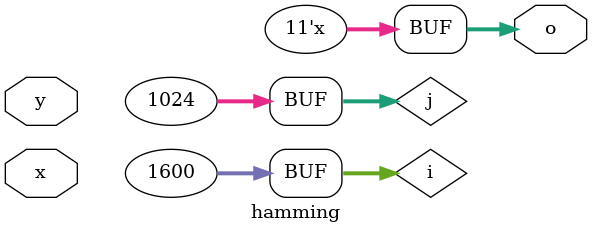
<source format=v>
`timescale 1ns / 1ps

module hamming
#(
	parameter N=1600
)
(
	x,
	y,
	o
);
	input[N-1:0] x;
	input[N-1:0] y;
	output reg[log2(N)-1:0] o;


	function integer log2;
		input [31:0] value;
		for (log2=0; value>0; log2=log2+1)
			value = value>>1;
	endfunction


	wire[N-1:0] xy;
	integer i, j;
	

	assign xy = x^y;


	generate if (N <= 1024) 
		always@(*)
		begin
			for(i=0;i<N;i=i+1)
			begin
		 		o = o + xy[i];
			end
		end
	else if(N%1024 == 0)
		always@(*)
		begin
			for(i=0;i<N/1024;i=i+1)
				for(j=0;j<1024;j = j + 1)
				begin
			 		o = o + xy[1024*i+j];
				end
		end
	else
		always@(*)
		begin
			for(i=0;i<N/1024;i=i+1)
				for(j=0;j<1024;j = j + 1)
				begin
			 		o = o + xy[1024*i+j];
				end
			for(i=N-N%1024;i<N;i = i + 1)
			begin
			 		o = o + xy[i];
			end
		end
	endgenerate

endmodule

</source>
